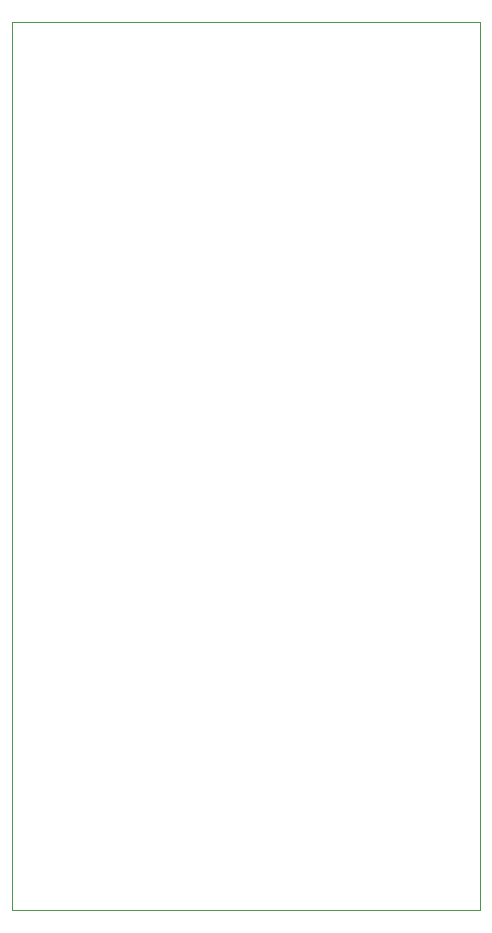
<source format=gbr>
G04 #@! TF.GenerationSoftware,KiCad,Pcbnew,(5.1.4-0-10_14)*
G04 #@! TF.CreationDate,2019-10-08T20:57:53-07:00*
G04 #@! TF.ProjectId,VCF_Main,5643465f-4d61-4696-9e2e-6b696361645f,rev?*
G04 #@! TF.SameCoordinates,Original*
G04 #@! TF.FileFunction,Profile,NP*
%FSLAX46Y46*%
G04 Gerber Fmt 4.6, Leading zero omitted, Abs format (unit mm)*
G04 Created by KiCad (PCBNEW (5.1.4-0-10_14)) date 2019-10-08 20:57:53*
%MOMM*%
%LPD*%
G04 APERTURE LIST*
%ADD10C,0.050000*%
G04 APERTURE END LIST*
D10*
X106172000Y-158242000D02*
X106172000Y-83058000D01*
X66548000Y-158242000D02*
X106172000Y-158242000D01*
X66548000Y-83058000D02*
X66548000Y-158242000D01*
X66548000Y-83058000D02*
X106172000Y-83058000D01*
M02*

</source>
